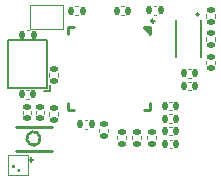
<source format=gbr>
%TF.GenerationSoftware,KiCad,Pcbnew,7.0.2-6a45011f42~172~ubuntu22.04.1*%
%TF.CreationDate,2023-06-03T20:54:13+08:00*%
%TF.ProjectId,fly2040_min,666c7932-3034-4305-9f6d-696e2e6b6963,rev?*%
%TF.SameCoordinates,PX45b6ae0PY2f1c8c0*%
%TF.FileFunction,Legend,Top*%
%TF.FilePolarity,Positive*%
%FSLAX46Y46*%
G04 Gerber Fmt 4.6, Leading zero omitted, Abs format (unit mm)*
G04 Created by KiCad (PCBNEW 7.0.2-6a45011f42~172~ubuntu22.04.1) date 2023-06-03 20:54:13*
%MOMM*%
%LPD*%
G01*
G04 APERTURE LIST*
G04 Aperture macros list*
%AMRoundRect*
0 Rectangle with rounded corners*
0 $1 Rounding radius*
0 $2 $3 $4 $5 $6 $7 $8 $9 X,Y pos of 4 corners*
0 Add a 4 corners polygon primitive as box body*
4,1,4,$2,$3,$4,$5,$6,$7,$8,$9,$2,$3,0*
0 Add four circle primitives for the rounded corners*
1,1,$1+$1,$2,$3*
1,1,$1+$1,$4,$5*
1,1,$1+$1,$6,$7*
1,1,$1+$1,$8,$9*
0 Add four rect primitives between the rounded corners*
20,1,$1+$1,$2,$3,$4,$5,0*
20,1,$1+$1,$4,$5,$6,$7,0*
20,1,$1+$1,$6,$7,$8,$9,0*
20,1,$1+$1,$8,$9,$2,$3,0*%
%AMFreePoly0*
4,1,6,1.000000,0.000000,0.500000,-0.750000,-0.500000,-0.750000,-0.500000,0.750000,0.500000,0.750000,1.000000,0.000000,1.000000,0.000000,$1*%
%AMFreePoly1*
4,1,6,0.500000,-0.750000,-0.650000,-0.750000,-0.150000,0.000000,-0.650000,0.750000,0.500000,0.750000,0.500000,-0.750000,0.500000,-0.750000,$1*%
G04 Aperture macros list end*
%ADD10C,0.120000*%
%ADD11C,0.254000*%
%ADD12C,0.152000*%
%ADD13C,0.200000*%
%ADD14C,0.100000*%
%ADD15RoundRect,0.135000X-0.135000X-0.185000X0.135000X-0.185000X0.135000X0.185000X-0.135000X0.185000X0*%
%ADD16RoundRect,0.135000X-0.185000X0.135000X-0.185000X-0.135000X0.185000X-0.135000X0.185000X0.135000X0*%
%ADD17RoundRect,0.135000X0.185000X-0.135000X0.185000X0.135000X-0.185000X0.135000X-0.185000X-0.135000X0*%
%ADD18RoundRect,0.140000X-0.170000X0.140000X-0.170000X-0.140000X0.170000X-0.140000X0.170000X0.140000X0*%
%ADD19RoundRect,0.140000X-0.140000X-0.170000X0.140000X-0.170000X0.140000X0.170000X-0.140000X0.170000X0*%
%ADD20RoundRect,0.140000X0.140000X0.170000X-0.140000X0.170000X-0.140000X-0.170000X0.140000X-0.170000X0*%
%ADD21R,1.200000X1.200000*%
%ADD22R,0.200000X1.100000*%
%ADD23R,1.100000X0.200000*%
%ADD24R,3.100000X3.100000*%
%ADD25R,0.280000X0.600000*%
%ADD26R,1.700000X0.300000*%
%ADD27O,1.000000X1.000000*%
%ADD28R,1.000000X1.524000*%
%ADD29R,1.200000X1.400000*%
%ADD30R,0.450000X0.450000*%
%ADD31FreePoly0,0.000000*%
%ADD32FreePoly1,0.000000*%
G04 APERTURE END LIST*
D10*
%TO.C,R12*%
X6276359Y-660000D02*
X6583641Y-660000D01*
X6276359Y-1420000D02*
X6583641Y-1420000D01*
%TO.C,R11*%
X13190000Y-11626359D02*
X13190000Y-11933641D01*
X12430000Y-11626359D02*
X12430000Y-11933641D01*
%TO.C,R10*%
X11910000Y-11626359D02*
X11910000Y-11933641D01*
X11150000Y-11626359D02*
X11150000Y-11933641D01*
%TO.C,R9*%
X10630000Y-11626359D02*
X10630000Y-11933641D01*
X9870000Y-11626359D02*
X9870000Y-11933641D01*
%TO.C,R6*%
X17400000Y-3608641D02*
X17400000Y-3301359D01*
X18160000Y-3608641D02*
X18160000Y-3301359D01*
%TO.C,R5*%
X18160000Y-1316359D02*
X18160000Y-1623641D01*
X17400000Y-1316359D02*
X17400000Y-1623641D01*
%TO.C,R3*%
X9105000Y-11026359D02*
X9105000Y-11333641D01*
X8345000Y-11026359D02*
X8345000Y-11333641D01*
%TO.C,R2*%
X4130000Y-9913641D02*
X4130000Y-9606359D01*
X4890000Y-9913641D02*
X4890000Y-9606359D01*
%TO.C,R1*%
X4100000Y-6653641D02*
X4100000Y-6346359D01*
X4860000Y-6653641D02*
X4860000Y-6346359D01*
%TO.C,C14*%
X17420000Y-5312164D02*
X17420000Y-5527836D01*
X18140000Y-5312164D02*
X18140000Y-5527836D01*
%TO.C,C13*%
X1860000Y-9557164D02*
X1860000Y-9772836D01*
X2580000Y-9557164D02*
X2580000Y-9772836D01*
%TO.C,C12*%
X10207164Y-1385000D02*
X10422836Y-1385000D01*
X10207164Y-665000D02*
X10422836Y-665000D01*
%TO.C,C11*%
X12972164Y-1380000D02*
X13187836Y-1380000D01*
X12972164Y-660000D02*
X13187836Y-660000D01*
%TO.C,C10*%
X15872164Y-7760000D02*
X16087836Y-7760000D01*
X15872164Y-7040000D02*
X16087836Y-7040000D01*
%TO.C,C9*%
X14297164Y-11595000D02*
X14512836Y-11595000D01*
X14297164Y-10875000D02*
X14512836Y-10875000D01*
%TO.C,C8*%
X14302164Y-12680000D02*
X14517836Y-12680000D01*
X14302164Y-11960000D02*
X14517836Y-11960000D01*
%TO.C,C7*%
X7337836Y-10310000D02*
X7122164Y-10310000D01*
X7337836Y-11030000D02*
X7122164Y-11030000D01*
%TO.C,C6*%
X14512836Y-9807500D02*
X14297164Y-9807500D01*
X14512836Y-10527500D02*
X14297164Y-10527500D01*
%TO.C,C5*%
X14297164Y-9460000D02*
X14512836Y-9460000D01*
X14297164Y-8740000D02*
X14512836Y-8740000D01*
%TO.C,C4*%
X2990000Y-9552164D02*
X2990000Y-9767836D01*
X3710000Y-9552164D02*
X3710000Y-9767836D01*
%TO.C,C3*%
X2202164Y-3420000D02*
X2417836Y-3420000D01*
X2202164Y-2700000D02*
X2417836Y-2700000D01*
%TO.C,C2*%
X15872164Y-6700000D02*
X16087836Y-6700000D01*
X15872164Y-5980000D02*
X16087836Y-5980000D01*
%TO.C,C1*%
X2182164Y-8490000D02*
X2397836Y-8490000D01*
X2182164Y-7770000D02*
X2397836Y-7770000D01*
D11*
%TO.C,U1*%
X12685000Y-2415000D02*
X12685000Y-2984000D01*
X12116000Y-2415000D02*
X12685000Y-2415000D01*
X12116000Y-2415000D02*
X12685000Y-2984000D01*
X5685000Y-2415000D02*
X6254000Y-2415000D01*
X5685000Y-2515000D02*
X5685000Y-2415000D01*
X12685000Y-2674000D02*
X12588000Y-2674000D01*
X12588000Y-2674000D02*
X12329000Y-2415000D01*
X5685000Y-2984000D02*
X5685000Y-2515000D01*
X12685000Y-8846000D02*
X12685000Y-9415000D01*
X12685000Y-9415000D02*
X12116000Y-9415000D01*
X6254000Y-9415000D02*
X5685000Y-9415000D01*
X5685000Y-9415000D02*
X5685000Y-8846000D01*
X13012000Y-1915000D02*
G75*
G03*
X13012000Y-1915000I-127000J0D01*
G01*
D12*
%TO.C,U2*%
X16981000Y-4978500D02*
X16981000Y-1826500D01*
X14829000Y-1826500D02*
X14829000Y-4978500D01*
D13*
X16767000Y-1370500D02*
G75*
G03*
X16767000Y-1370500I-100000J0D01*
G01*
D11*
%TO.C,SW1*%
X1266000Y-10844000D02*
X4314000Y-10844000D01*
X1266000Y-12876000D02*
X4314000Y-12876000D01*
X3298491Y-12114252D02*
G75*
G03*
X3191999Y-12261999I-508491J254252D01*
G01*
D12*
%TO.C,X1*%
X3674000Y-7879000D02*
X4182000Y-7879000D01*
X4182000Y-7879000D02*
X4182000Y-7371000D01*
X626000Y-7622000D02*
X626000Y-3561000D01*
X3956000Y-7622000D02*
X626000Y-7622000D01*
X626000Y-3561000D02*
X2277000Y-3561000D01*
X2277000Y-3561000D02*
X3928000Y-3561000D01*
X3928000Y-3561000D02*
X3956000Y-7622000D01*
X3928000Y-3561000D02*
X3928000Y-3561000D01*
D14*
%TO.C,U5*%
X645000Y-13260000D02*
X645000Y-14960000D01*
X645000Y-14960000D02*
X2345000Y-14960000D01*
X2345000Y-13260000D02*
X645000Y-13260000D01*
X2345000Y-14960000D02*
X2345000Y-13260000D01*
X545000Y-13410000D02*
G75*
G03*
X545000Y-13410000I-50000J0D01*
G01*
D10*
X1545000Y-14610000D02*
X1395000Y-14510000D01*
X1545000Y-14410000D01*
X1545000Y-14610000D01*
G36*
X1545000Y-14610000D02*
G01*
X1395000Y-14510000D01*
X1545000Y-14410000D01*
X1545000Y-14610000D01*
G37*
X2770000Y-13685000D02*
X2320000Y-13685000D01*
X2320000Y-13585000D01*
X2770000Y-13585000D01*
X2770000Y-13685000D01*
G36*
X2770000Y-13685000D02*
G01*
X2320000Y-13685000D01*
X2320000Y-13585000D01*
X2770000Y-13585000D01*
X2770000Y-13685000D01*
G37*
X2595000Y-13860000D02*
X2495000Y-13860000D01*
X2495000Y-13410000D01*
X2595000Y-13410000D01*
X2595000Y-13860000D01*
G36*
X2595000Y-13860000D02*
G01*
X2495000Y-13860000D01*
X2495000Y-13410000D01*
X2595000Y-13410000D01*
X2595000Y-13860000D01*
G37*
X1165000Y-14240000D02*
X1155000Y-14240000D01*
X995000Y-14240000D01*
X995000Y-14110000D01*
X1165000Y-14110000D01*
X1165000Y-14240000D01*
G36*
X1165000Y-14240000D02*
G01*
X1155000Y-14240000D01*
X995000Y-14240000D01*
X995000Y-14110000D01*
X1165000Y-14110000D01*
X1165000Y-14240000D01*
G37*
%TO.C,JP1*%
X2460000Y-570000D02*
X5260000Y-570000D01*
X2460000Y-2570000D02*
X2460000Y-570000D01*
X5260000Y-570000D02*
X5260000Y-2570000D01*
X5260000Y-2570000D02*
X2460000Y-2570000D01*
%TD*%
%LPC*%
D15*
%TO.C,R12*%
X5920000Y-1040000D03*
X6940000Y-1040000D03*
%TD*%
D16*
%TO.C,R11*%
X12810000Y-11270000D03*
X12810000Y-12290000D03*
%TD*%
%TO.C,R10*%
X11530000Y-11270000D03*
X11530000Y-12290000D03*
%TD*%
%TO.C,R9*%
X10250000Y-11270000D03*
X10250000Y-12290000D03*
%TD*%
D17*
%TO.C,R6*%
X17780000Y-3965000D03*
X17780000Y-2945000D03*
%TD*%
D16*
%TO.C,R5*%
X17780000Y-960000D03*
X17780000Y-1980000D03*
%TD*%
%TO.C,R3*%
X8725000Y-10670000D03*
X8725000Y-11690000D03*
%TD*%
D17*
%TO.C,R2*%
X4510000Y-10270000D03*
X4510000Y-9250000D03*
%TD*%
%TO.C,R1*%
X4480000Y-7010000D03*
X4480000Y-5990000D03*
%TD*%
D18*
%TO.C,C14*%
X17780000Y-4940000D03*
X17780000Y-5900000D03*
%TD*%
%TO.C,C13*%
X2220000Y-9185000D03*
X2220000Y-10145000D03*
%TD*%
D19*
%TO.C,C12*%
X9835000Y-1025000D03*
X10795000Y-1025000D03*
%TD*%
%TO.C,C11*%
X12600000Y-1020000D03*
X13560000Y-1020000D03*
%TD*%
%TO.C,C10*%
X15500000Y-7400000D03*
X16460000Y-7400000D03*
%TD*%
%TO.C,C9*%
X13925000Y-11235000D03*
X14885000Y-11235000D03*
%TD*%
%TO.C,C8*%
X13930000Y-12320000D03*
X14890000Y-12320000D03*
%TD*%
D20*
%TO.C,C7*%
X7710000Y-10670000D03*
X6750000Y-10670000D03*
%TD*%
%TO.C,C6*%
X14885000Y-10167500D03*
X13925000Y-10167500D03*
%TD*%
D19*
%TO.C,C5*%
X13925000Y-9100000D03*
X14885000Y-9100000D03*
%TD*%
D18*
%TO.C,C4*%
X3350000Y-9180000D03*
X3350000Y-10140000D03*
%TD*%
D19*
%TO.C,C3*%
X1830000Y-3060000D03*
X2790000Y-3060000D03*
%TD*%
%TO.C,C2*%
X15500000Y-6340000D03*
X16460000Y-6340000D03*
%TD*%
%TO.C,C1*%
X1810000Y-8130000D03*
X2770000Y-8130000D03*
%TD*%
D21*
%TO.C,J7*%
X3687500Y-14150000D03*
%TD*%
D22*
%TO.C,U1*%
X11785000Y-2365000D03*
X11385000Y-2365000D03*
X10985000Y-2365000D03*
X10585000Y-2365000D03*
X10185000Y-2365000D03*
X9785000Y-2365000D03*
X9385000Y-2365000D03*
X8985000Y-2365000D03*
X8585000Y-2365000D03*
X8185000Y-2365000D03*
X7785000Y-2365000D03*
X7385000Y-2365000D03*
X6985000Y-2365000D03*
X6585000Y-2365000D03*
D23*
X5635000Y-3315000D03*
X5635000Y-3715000D03*
X5635000Y-4115000D03*
X5635000Y-4515000D03*
X5635000Y-4915000D03*
X5635000Y-5315000D03*
X5635000Y-5715000D03*
X5635000Y-6115000D03*
X5635000Y-6515000D03*
X5635000Y-6915000D03*
X5635000Y-7315000D03*
X5635000Y-7715000D03*
X5635000Y-8115000D03*
X5635000Y-8515000D03*
D22*
X6585000Y-9465000D03*
X6985000Y-9465000D03*
X7385000Y-9465000D03*
X7785000Y-9465000D03*
X8185000Y-9465000D03*
X8585000Y-9465000D03*
X8985000Y-9465000D03*
X9385000Y-9465000D03*
X9785000Y-9465000D03*
X10185000Y-9465000D03*
X10585000Y-9465000D03*
X10985000Y-9465000D03*
X11385000Y-9465000D03*
X11785000Y-9465000D03*
D23*
X12735000Y-8515000D03*
X12735000Y-8115000D03*
X12735000Y-7715000D03*
X12735000Y-7315000D03*
X12735000Y-6915000D03*
X12735000Y-6515000D03*
X12735000Y-6115000D03*
X12735000Y-5715000D03*
X12735000Y-5315000D03*
X12735000Y-4915000D03*
X12735000Y-4515000D03*
X12735000Y-4115000D03*
X12735000Y-3715000D03*
X12735000Y-3315000D03*
D24*
X9185000Y-5915000D03*
%TD*%
D25*
%TO.C,U2*%
X16655000Y-1895500D03*
X16155000Y-1895500D03*
X15655000Y-1895500D03*
X15155000Y-1895500D03*
X15155000Y-4909500D03*
X15655000Y-4909500D03*
X16155000Y-4909500D03*
X16655000Y-4909500D03*
D26*
X15905000Y-3402500D03*
%TD*%
D27*
%TO.C,J8*%
X17644248Y-7218121D03*
X17644248Y-8488121D03*
X17644248Y-9758121D03*
X17644248Y-11028121D03*
X17644248Y-12298121D03*
X17644248Y-13568121D03*
%TD*%
D21*
%TO.C,J1*%
X1410000Y-1320000D03*
%TD*%
%TO.C,J4*%
X11825000Y-14150000D03*
%TD*%
%TO.C,J2*%
X8570000Y-14150000D03*
%TD*%
%TO.C,J6*%
X5320000Y-14150000D03*
%TD*%
%TO.C,J5*%
X13452500Y-14150000D03*
%TD*%
%TO.C,J9*%
X6942500Y-14150000D03*
%TD*%
%TO.C,J3*%
X10197500Y-14150000D03*
%TD*%
%TO.C,J10*%
X15080000Y-14150000D03*
%TD*%
D28*
%TO.C,SW1*%
X1190000Y-11860000D03*
X4390000Y-11860000D03*
%TD*%
D29*
%TO.C,X1*%
X3152000Y-6693000D03*
X3152000Y-4493000D03*
X1402000Y-4493000D03*
X1402000Y-6693000D03*
%TD*%
D30*
%TO.C,U5*%
X1070000Y-13685000D03*
X1920000Y-13685000D03*
X1070000Y-14535000D03*
X1920000Y-14535000D03*
%TD*%
D31*
%TO.C,JP1*%
X3135000Y-1570000D03*
D32*
X4585000Y-1570000D03*
%TD*%
%LPD*%
M02*

</source>
